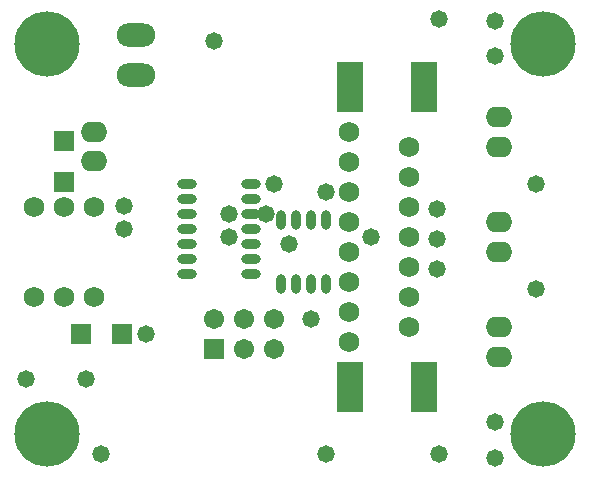
<source format=gbs>
G04 Layer_Color=16711935*
%FSLAX25Y25*%
%MOIN*%
G70*
G01*
G75*
%ADD32R,0.06706X0.06706*%
%ADD34R,0.06706X0.06706*%
%ADD37O,0.08800X0.06800*%
%ADD38C,0.06800*%
%ADD39C,0.06706*%
%ADD40C,0.21745*%
%ADD41O,0.12800X0.07800*%
%ADD42C,0.05800*%
%ADD43O,0.06509X0.03162*%
%ADD44R,0.09068X0.16548*%
%ADD45O,0.03162X0.06509*%
D32*
X5689Y83957D02*
D03*
Y97736D02*
D03*
D34*
X25079Y33189D02*
D03*
X11299D02*
D03*
X55689Y28189D02*
D03*
D37*
X15689Y90847D02*
D03*
Y100689D02*
D03*
X150689Y105532D02*
D03*
Y95689D02*
D03*
Y35531D02*
D03*
Y25689D02*
D03*
Y70531D02*
D03*
Y60689D02*
D03*
D38*
X15689Y75689D02*
D03*
X5689D02*
D03*
X-4311D02*
D03*
Y45689D02*
D03*
X5689D02*
D03*
X15689D02*
D03*
X100689Y30689D02*
D03*
X120689Y95689D02*
D03*
Y85689D02*
D03*
Y75689D02*
D03*
Y65689D02*
D03*
Y55689D02*
D03*
Y45689D02*
D03*
Y35689D02*
D03*
X100689Y90689D02*
D03*
Y80689D02*
D03*
Y70689D02*
D03*
Y60689D02*
D03*
Y50689D02*
D03*
Y40689D02*
D03*
Y100689D02*
D03*
D39*
X75689Y38189D02*
D03*
Y28189D02*
D03*
X65689Y38189D02*
D03*
Y28189D02*
D03*
X55689Y38189D02*
D03*
D40*
X0Y0D02*
D03*
X165354D02*
D03*
Y129921D02*
D03*
X0D02*
D03*
D41*
X29689Y133075D02*
D03*
Y119689D02*
D03*
D42*
X55689Y130847D02*
D03*
X25689Y75846D02*
D03*
X163189Y83189D02*
D03*
Y48189D02*
D03*
X93189Y-6811D02*
D03*
X149606Y-7874D02*
D03*
X18189Y-6811D02*
D03*
X13189Y18189D02*
D03*
X-6811D02*
D03*
X75689Y83189D02*
D03*
X60689Y65689D02*
D03*
X25689Y68189D02*
D03*
X33189Y33189D02*
D03*
X130689Y138189D02*
D03*
Y-6811D02*
D03*
X60689Y73189D02*
D03*
X88189Y38189D02*
D03*
X93189Y80689D02*
D03*
X80689Y63189D02*
D03*
X73189Y73189D02*
D03*
X108189Y65689D02*
D03*
X149606Y137795D02*
D03*
Y125984D02*
D03*
Y3937D02*
D03*
X130000Y65000D02*
D03*
Y75000D02*
D03*
Y55000D02*
D03*
D43*
X68189Y83189D02*
D03*
Y78189D02*
D03*
Y73189D02*
D03*
Y68189D02*
D03*
Y63189D02*
D03*
Y58189D02*
D03*
Y53189D02*
D03*
X46732Y83189D02*
D03*
Y78189D02*
D03*
Y73189D02*
D03*
Y68189D02*
D03*
Y63189D02*
D03*
Y58189D02*
D03*
Y53189D02*
D03*
D44*
X125689Y15689D02*
D03*
X101279D02*
D03*
Y115689D02*
D03*
X125689D02*
D03*
D45*
X93189Y49961D02*
D03*
X88189D02*
D03*
X83189D02*
D03*
X78189D02*
D03*
X93189Y71417D02*
D03*
X88189D02*
D03*
X83189D02*
D03*
X78189D02*
D03*
M02*

</source>
